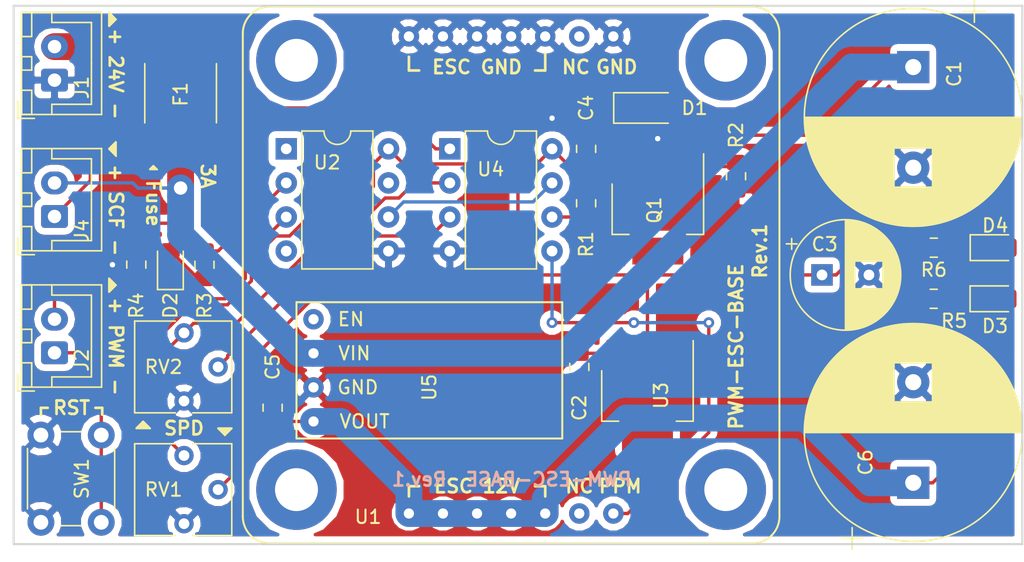
<source format=kicad_pcb>
(kicad_pcb (version 20171130) (host pcbnew 5.0.2+dfsg1-1)
  (layers (0 F.Cu signal) (31 B.Cu signal) (34 B.Paste user) (35 F.Paste user) (36 B.SilkS user) (37 F.SilkS user) (38 B.Mask user) (39 F.Mask user) (44 Edge.Cuts user))
  (net 0 "")
  (net 1 GND)
  (net 2 24V)
  (net 3 5V)
  (net 4 12V)
  (net 5 "Net-(D1-Pad1)")
  (net 6 "Net-(D2-Pad1)")
  (net 7 "Net-(D3-Pad1)")
  (net 8 "Net-(D4-Pad1)")
  (net 9 "Net-(F1-Pad2)")
  (net 10 "Net-(Q1-Pad1)")
  (net 11 FAN)
  (net 12 "Net-(RV1-Pad2)")
  (net 13 "Net-(RV2-Pad2)")
  (net 14 "Net-(SW1-Pad1)")
  (net 15 PPM)
  (net 16 PWM)
  (net 17 "Net-(R3-Pad1)")
  (net 18 "Net-(J2-Pad1)")
  (module Resistor_SMD:R_0805_2012Metric_Pad1.15x1.40mm_HandSolder (layer F.Cu) (at 123.952 101.092 270)
    (fp_text reference R3 (at 3.048 0 270) (layer F.SilkS))
    (fp_text value 3K3)
    (pad 1 smd roundrect (at -1.025 0 270) (size 1.15 1.4) (layers F.Cu F.Paste F.Mask) (roundrect_rratio 0.217391) (net 17 "Net-(R3-Pad1)"))
    (pad 2 smd roundrect (at 1.025 0 270) (size 1.15 1.4) (layers F.Cu F.Paste F.Mask) (roundrect_rratio 0.217391) (net 2 24V))
  )
  (module Capacitor_THT:CP_Radial_D16.0mm_P7.50mm (layer F.Cu) (at 176.784 86.36 270)
    (fp_text reference C1 (at 0.508 -3.048 270) (layer F.SilkS))
    (fp_text value 1000)
    (pad 2 thru_hole circle (at 7.5 0 270) (size 2.4 2.4) (drill 1.2) (layers *.Cu *.Mask) (net 1 GND))
    (pad 1 thru_hole rect (at 0 0 270) (size 2.4 2.4) (drill 1.2) (layers *.Cu *.Mask) (net 2 24V))
  )
  (module Capacitor_SMD:C_0805_2012Metric_Pad1.15x1.40mm_HandSolder (layer F.Cu) (at 151.892 108.712 270)
    (fp_text reference C2 (at 3.048 0 270) (layer F.SilkS))
    (fp_text value 100n)
    (pad 1 smd roundrect (at -1.025 0 270) (size 1.15 1.4) (layers F.Cu F.Paste F.Mask) (roundrect_rratio 0.217391) (net 2 24V))
    (pad 2 smd roundrect (at 1.025 0 270) (size 1.15 1.4) (layers F.Cu F.Paste F.Mask) (roundrect_rratio 0.217391) (net 1 GND))
  )
  (module Capacitor_THT:CP_Radial_D8.0mm_P3.50mm (layer F.Cu) (at 169.982 101.854)
    (fp_text reference C3 (at 0.198 -2.286) (layer F.SilkS))
    (fp_text value 1000u)
    (pad 1 thru_hole rect (at 0 0) (size 1.6 1.6) (drill 0.8) (layers *.Cu *.Mask) (net 3 5V))
    (pad 2 thru_hole circle (at 3.5 0) (size 1.6 1.6) (drill 0.8) (layers *.Cu *.Mask) (net 1 GND))
  )
  (module Capacitor_SMD:C_0805_2012Metric_Pad1.15x1.40mm_HandSolder (layer F.Cu) (at 152.4 92.456 90)
    (fp_text reference C4 (at 3.048 0 90) (layer F.SilkS))
    (fp_text value 100n)
    (pad 1 smd roundrect (at -1.025 0 90) (size 1.15 1.4) (layers F.Cu F.Paste F.Mask) (roundrect_rratio 0.217391) (net 3 5V))
    (pad 2 smd roundrect (at 1.025 0 90) (size 1.15 1.4) (layers F.Cu F.Paste F.Mask) (roundrect_rratio 0.217391) (net 1 GND))
  )
  (module Capacitor_SMD:C_0805_2012Metric_Pad1.15x1.40mm_HandSolder (layer F.Cu) (at 129.032 111.751 90)
    (fp_text reference C5 (at 3.039 0 90) (layer F.SilkS))
    (fp_text value 100n)
    (pad 2 smd roundrect (at 1.025 0 90) (size 1.15 1.4) (layers F.Cu F.Paste F.Mask) (roundrect_rratio 0.217391) (net 1 GND))
    (pad 1 smd roundrect (at -1.025 0 90) (size 1.15 1.4) (layers F.Cu F.Paste F.Mask) (roundrect_rratio 0.217391) (net 4 12V))
  )
  (module Capacitor_THT:CP_Radial_D16.0mm_P7.50mm (layer F.Cu) (at 176.784 117.348 90)
    (fp_text reference C6 (at 1.524 -3.556 90) (layer F.SilkS))
    (fp_text value CP)
    (pad 1 thru_hole rect (at 0 0 90) (size 2.4 2.4) (drill 1.2) (layers *.Cu *.Mask) (net 4 12V))
    (pad 2 thru_hole circle (at 7.5 0 90) (size 2.4 2.4) (drill 1.2) (layers *.Cu *.Mask) (net 1 GND))
  )
  (module LED_SMD:LED_0805_2012Metric_Pad1.15x1.40mm_HandSolder (layer F.Cu) (at 121.412 101.083 90)
    (fp_text reference D2 (at -3.057 0 90) (layer F.SilkS))
    (fp_text value LED)
    (pad 1 smd roundrect (at -1.025 0 90) (size 1.15 1.4) (layers F.Cu F.Paste F.Mask) (roundrect_rratio 0.217391) (net 6 "Net-(D2-Pad1)"))
    (pad 2 smd roundrect (at 1.025 0 90) (size 1.15 1.4) (layers F.Cu F.Paste F.Mask) (roundrect_rratio 0.217391) (net 2 24V))
  )
  (module LED_SMD:LED_0805_2012Metric_Pad1.15x1.40mm_HandSolder (layer F.Cu) (at 182.88 103.632)
    (fp_text reference D3 (at 0 2.032) (layer F.SilkS))
    (fp_text value LED)
    (pad 1 smd roundrect (at -1.025 0) (size 1.15 1.4) (layers F.Cu F.Paste F.Mask) (roundrect_rratio 0.217391) (net 7 "Net-(D3-Pad1)"))
    (pad 2 smd roundrect (at 1.025 0) (size 1.15 1.4) (layers F.Cu F.Paste F.Mask) (roundrect_rratio 0.217391) (net 4 12V))
  )
  (module LED_SMD:LED_0805_2012Metric_Pad1.15x1.40mm_HandSolder (layer F.Cu) (at 182.889 99.822)
    (fp_text reference D4 (at 0 -1.65) (layer F.SilkS))
    (fp_text value LED)
    (pad 2 smd roundrect (at 1.025 0) (size 1.15 1.4) (layers F.Cu F.Paste F.Mask) (roundrect_rratio 0.217391) (net 3 5V))
    (pad 1 smd roundrect (at -1.025 0) (size 1.15 1.4) (layers F.Cu F.Paste F.Mask) (roundrect_rratio 0.217391) (net 8 "Net-(D4-Pad1)"))
  )
  (module Connector_JST:JST_XH_B02B-XH-A_1x02_P2.50mm_Vertical (layer F.Cu) (at 112.776 87.336 90)
    (fp_text reference J1 (at -0.548 2.032 90) (layer F.SilkS))
    (fp_text value PWR)
    (pad 2 thru_hole oval (at 2.5 0 90) (size 1.7 2) (drill 1) (layers *.Cu *.Mask) (net 9 "Net-(F1-Pad2)"))
    (pad 1 thru_hole roundrect (at 0 0 90) (size 1.7 2) (drill 1) (layers *.Cu *.Mask) (roundrect_rratio 0.147059) (net 1 GND))
  )
  (module Connector_JST:JST_XH_B02B-XH-A_1x02_P2.50mm_Vertical (layer F.Cu) (at 112.776 107.656 90)
    (fp_text reference J2 (at -0.548 2.032 90) (layer F.SilkS))
    (fp_text value PWM)
    (pad 1 thru_hole roundrect (at 0 0 90) (size 1.7 2) (drill 1) (layers *.Cu *.Mask) (roundrect_rratio 0.147059) (net 18 "Net-(J2-Pad1)"))
    (pad 2 thru_hole oval (at 2.5 0 90) (size 1.7 2) (drill 1) (layers *.Cu *.Mask) (net 2 24V))
  )
  (module Connector_JST:JST_XH_B02B-XH-A_1x02_P2.50mm_Vertical (layer F.Cu) (at 112.776 97.496 90)
    (fp_text reference J4 (at -1.056 2.032 90) (layer F.SilkS))
    (fp_text value COOLING)
    (pad 1 thru_hole roundrect (at 0 0 90) (size 1.7 2) (drill 1) (layers *.Cu *.Mask) (roundrect_rratio 0.147059) (net 5 "Net-(D1-Pad1)"))
    (pad 2 thru_hole oval (at 2.5 0 90) (size 1.7 2) (drill 1) (layers *.Cu *.Mask) (net 2 24V))
  )
  (module Package_TO_SOT_SMD:SOT-223 (layer F.Cu) (at 157.748 96.926 270)
    (fp_text reference Q1 (at 0.102 0.268 270) (layer F.SilkS))
    (fp_text value NCV8402ASTT3G)
    (pad 1 smd rect (at -3.15 -2.3 270) (size 2 1.5) (layers F.Cu F.Paste F.Mask) (net 10 "Net-(Q1-Pad1)"))
    (pad 3 smd rect (at -3.15 2.3 270) (size 2 1.5) (layers F.Cu F.Paste F.Mask) (net 5 "Net-(D1-Pad1)"))
    (pad 2 smd rect (at -3.15 0 270) (size 2 1.5) (layers F.Cu F.Paste F.Mask) (net 1 GND))
    (pad 4 smd rect (at 3.15 0 270) (size 2 3.8) (layers F.Cu F.Paste F.Mask))
  )
  (module Resistor_SMD:R_0805_2012Metric_Pad1.15x1.40mm_HandSolder (layer F.Cu) (at 152.4 96.511 270)
    (fp_text reference R1 (at 3.057 0 270) (layer F.SilkS))
    (fp_text value 1K)
    (pad 2 smd roundrect (at 1.025 0 270) (size 1.15 1.4) (layers F.Cu F.Paste F.Mask) (roundrect_rratio 0.217391) (net 11 FAN))
    (pad 1 smd roundrect (at -1.025 0 270) (size 1.15 1.4) (layers F.Cu F.Paste F.Mask) (roundrect_rratio 0.217391) (net 10 "Net-(Q1-Pad1)"))
  )
  (module Resistor_SMD:R_0805_2012Metric_Pad1.15x1.40mm_HandSolder (layer F.Cu) (at 163.576 94.497 90)
    (fp_text reference R2 (at 3.057 0 90) (layer F.SilkS))
    (fp_text value 10K)
    (pad 1 smd roundrect (at -1.025 0 90) (size 1.15 1.4) (layers F.Cu F.Paste F.Mask) (roundrect_rratio 0.217391) (net 1 GND))
    (pad 2 smd roundrect (at 1.025 0 90) (size 1.15 1.4) (layers F.Cu F.Paste F.Mask) (roundrect_rratio 0.217391) (net 10 "Net-(Q1-Pad1)"))
  )
  (module Resistor_SMD:R_0805_2012Metric_Pad1.15x1.40mm_HandSolder (layer F.Cu) (at 118.872 101.083 90)
    (fp_text reference R4 (at -3.057 0 90) (layer F.SilkS))
    (fp_text value 4K7)
    (pad 1 smd roundrect (at -1.025 0 90) (size 1.15 1.4) (layers F.Cu F.Paste F.Mask) (roundrect_rratio 0.217391) (net 6 "Net-(D2-Pad1)"))
    (pad 2 smd roundrect (at 1.025 0 90) (size 1.15 1.4) (layers F.Cu F.Paste F.Mask) (roundrect_rratio 0.217391) (net 1 GND))
  )
  (module Resistor_SMD:R_0805_2012Metric_Pad1.15x1.40mm_HandSolder (layer F.Cu) (at 178.308 103.632 180)
    (fp_text reference R5 (at -1.524 -1.65 180) (layer F.SilkS))
    (fp_text value 2K2)
    (pad 2 smd roundrect (at 1.025 0 180) (size 1.15 1.4) (layers F.Cu F.Paste F.Mask) (roundrect_rratio 0.217391) (net 1 GND))
    (pad 1 smd roundrect (at -1.025 0 180) (size 1.15 1.4) (layers F.Cu F.Paste F.Mask) (roundrect_rratio 0.217391) (net 7 "Net-(D3-Pad1)"))
  )
  (module Resistor_SMD:R_0805_2012Metric_Pad1.15x1.40mm_HandSolder (layer F.Cu) (at 178.317 99.822 180)
    (fp_text reference R6 (at 0 -1.65 180) (layer F.SilkS))
    (fp_text value 1K)
    (pad 2 smd roundrect (at 1.025 0 180) (size 1.15 1.4) (layers F.Cu F.Paste F.Mask) (roundrect_rratio 0.217391) (net 1 GND))
    (pad 1 smd roundrect (at -1.025 0 180) (size 1.15 1.4) (layers F.Cu F.Paste F.Mask) (roundrect_rratio 0.217391) (net 8 "Net-(D4-Pad1)"))
  )
  (module Potentiometer_THT:Potentiometer_Vishay_T73YP_Vertical (layer F.Cu) (at 122.428 120.396)
    (fp_text reference RV1 (at -1.524 -2.54) (layer F.SilkS))
    (fp_text value R_POT_US)
    (pad 1 thru_hole circle (at 0 0) (size 1.44 1.44) (drill 0.8) (layers *.Cu *.Mask) (net 1 GND))
    (pad 2 thru_hole circle (at 2.54 -2.54) (size 1.44 1.44) (drill 0.8) (layers *.Cu *.Mask) (net 12 "Net-(RV1-Pad2)"))
    (pad 3 thru_hole circle (at 0 -5.08) (size 1.44 1.44) (drill 0.8) (layers *.Cu *.Mask) (net 3 5V))
  )
  (module Potentiometer_THT:Potentiometer_Vishay_T73YP_Vertical (layer F.Cu) (at 122.428 111.252)
    (fp_text reference RV2 (at -1.524 -2.54) (layer F.SilkS))
    (fp_text value R_POT_US)
    (pad 3 thru_hole circle (at 0 -5.08) (size 1.44 1.44) (drill 0.8) (layers *.Cu *.Mask) (net 3 5V))
    (pad 2 thru_hole circle (at 2.54 -2.54) (size 1.44 1.44) (drill 0.8) (layers *.Cu *.Mask) (net 13 "Net-(RV2-Pad2)"))
    (pad 1 thru_hole circle (at 0 0) (size 1.44 1.44) (drill 0.8) (layers *.Cu *.Mask) (net 1 GND))
  )
  (module Button_Switch_THT:SW_PUSH_6mm_H5mm (layer F.Cu) (at 116.26 113.792 270)
    (fp_text reference SW1 (at 3.25 1.452 270) (layer F.SilkS))
    (fp_text value SW_Push)
    (pad 2 thru_hole circle (at 0 4.5) (size 2 2) (drill 1.1) (layers *.Cu *.Mask) (net 1 GND))
    (pad 1 thru_hole circle (at 0 0) (size 2 2) (drill 1.1) (layers *.Cu *.Mask) (net 14 "Net-(SW1-Pad1)"))
    (pad 2 thru_hole circle (at 6.5 4.5) (size 2 2) (drill 1.1) (layers *.Cu *.Mask) (net 1 GND))
    (pad 1 thru_hole circle (at 6.5 0) (size 2 2) (drill 1.1) (layers *.Cu *.Mask) (net 14 "Net-(SW1-Pad1)"))
  )
  (module Package_DIP:DIP-8_W7.62mm (layer F.Cu) (at 130.048 92.456)
    (fp_text reference U2 (at 3.048 1.016) (layer F.SilkS))
    (fp_text value Optocoupler-PS9513-AX)
    (pad 1 thru_hole rect (at 0 0) (size 1.6 1.6) (drill 0.8) (layers *.Cu *.Mask))
    (pad 5 thru_hole oval (at 7.62 7.62) (size 1.6 1.6) (drill 0.8) (layers *.Cu *.Mask) (net 1 GND))
    (pad 2 thru_hole oval (at 0 2.54) (size 1.6 1.6) (drill 0.8) (layers *.Cu *.Mask) (net 17 "Net-(R3-Pad1)"))
    (pad 6 thru_hole oval (at 7.62 5.08) (size 1.6 1.6) (drill 0.8) (layers *.Cu *.Mask) (net 16 PWM))
    (pad 3 thru_hole oval (at 0 5.08) (size 1.6 1.6) (drill 0.8) (layers *.Cu *.Mask) (net 18 "Net-(J2-Pad1)"))
    (pad 7 thru_hole oval (at 7.62 2.54) (size 1.6 1.6) (drill 0.8) (layers *.Cu *.Mask))
    (pad 4 thru_hole oval (at 0 7.62) (size 1.6 1.6) (drill 0.8) (layers *.Cu *.Mask))
    (pad 8 thru_hole oval (at 7.62 0) (size 1.6 1.6) (drill 0.8) (layers *.Cu *.Mask) (net 3 5V))
  )
  (module Package_TO_SOT_SMD:SOT-223 (layer F.Cu) (at 156.972 110.846 270)
    (fp_text reference U3 (at 0 -1.016 270) (layer F.SilkS))
    (fp_text value LD1117V5)
    (pad 4 smd rect (at 3.15 0 270) (size 2 3.8) (layers F.Cu F.Paste F.Mask))
    (pad 2 smd rect (at -3.15 0 270) (size 2 1.5) (layers F.Cu F.Paste F.Mask) (net 3 5V))
    (pad 3 smd rect (at -3.15 2.3 270) (size 2 1.5) (layers F.Cu F.Paste F.Mask) (net 2 24V))
    (pad 1 smd rect (at -3.15 -2.3 270) (size 2 1.5) (layers F.Cu F.Paste F.Mask) (net 1 GND))
  )
  (module Package_DIP:DIP-8_W7.62mm (layer F.Cu) (at 142.24 92.456)
    (fp_text reference U4 (at 3.048 1.524) (layer F.SilkS))
    (fp_text value ATtiny85-20PU)
    (pad 8 thru_hole oval (at 7.62 0) (size 1.6 1.6) (drill 0.8) (layers *.Cu *.Mask) (net 3 5V))
    (pad 4 thru_hole oval (at 0 7.62) (size 1.6 1.6) (drill 0.8) (layers *.Cu *.Mask) (net 1 GND))
    (pad 7 thru_hole oval (at 7.62 2.54) (size 1.6 1.6) (drill 0.8) (layers *.Cu *.Mask) (net 16 PWM))
    (pad 3 thru_hole oval (at 0 5.08) (size 1.6 1.6) (drill 0.8) (layers *.Cu *.Mask) (net 12 "Net-(RV1-Pad2)"))
    (pad 6 thru_hole oval (at 7.62 5.08) (size 1.6 1.6) (drill 0.8) (layers *.Cu *.Mask) (net 11 FAN))
    (pad 2 thru_hole oval (at 0 2.54) (size 1.6 1.6) (drill 0.8) (layers *.Cu *.Mask) (net 13 "Net-(RV2-Pad2)"))
    (pad 5 thru_hole oval (at 7.62 7.62) (size 1.6 1.6) (drill 0.8) (layers *.Cu *.Mask) (net 15 PPM))
    (pad 1 thru_hole rect (at 0 0) (size 1.6 1.6) (drill 0.8) (layers *.Cu *.Mask) (net 14 "Net-(SW1-Pad1)"))
  )
  (module custom-footprints:Buck-converter-3A (layer F.Cu) (at 132.08 107.696 270)
    (fp_text reference U5 (at 2.54 -8.636 270) (layer F.SilkS))
    (fp_text value buck-converter-3A)
    (fp_text user EN (at -2.54 -2.794) (layer F.SilkS))
    (fp_text user VIN (at 0 -3.048 180) (layer F.SilkS))
    (fp_text user GND (at 2.54 -3.302) (layer F.SilkS))
    (fp_text user VOUT (at 5.08 -3.81) (layer F.SilkS))
    (pad 1 thru_hole circle (at -2.54 0 270) (size 1.524 1.524) (drill 0.762) (layers *.Cu *.Mask))
    (pad 2 thru_hole circle (at 0 0 270) (size 1.524 1.524) (drill 0.762) (layers *.Cu *.Mask) (net 2 24V))
    (pad 3 thru_hole circle (at 2.54 0 270) (size 1.524 1.524) (drill 0.762) (layers *.Cu *.Mask) (net 1 GND))
    (pad 4 thru_hole circle (at 5.08 0 270) (size 1.524 1.524) (drill 0.762) (layers *.Cu *.Mask) (net 4 12V))
  )
  (module LED_SMD:LED_1206_3216Metric_Pad1.42x1.75mm_HandSolder (layer F.Cu) (at 156.9175 89.408)
    (fp_text reference D1 (at 3.565 0) (layer F.SilkS))
    (fp_text value 1N4148)
    (pad 1 smd roundrect (at -1.4875 0) (size 1.425 1.75) (layers F.Cu F.Paste F.Mask) (roundrect_rratio 0.175439) (net 5 "Net-(D1-Pad1)"))
    (pad 2 smd roundrect (at 1.4875 0) (size 1.425 1.75) (layers F.Cu F.Paste F.Mask) (roundrect_rratio 0.175439) (net 2 24V))
  )
  (module custom-footprints:4010-fan-ESC (layer F.Cu) (at 146.81 101.856)
    (fp_text reference U1 (at -10.666 18.032) (layer F.SilkS))
    (fp_text value 4010-fan-ESC)
    (pad "" thru_hole circle (at 16 16) (size 6 6) (drill 3.2) (layers *.Cu *.Mask))
    (pad "" thru_hole circle (at -16 -16) (size 6 6) (drill 3.2) (layers *.Cu *.Mask))
    (pad "" thru_hole circle (at 16 -16) (size 6 6) (drill 3.2) (layers *.Cu *.Mask))
    (pad "" thru_hole circle (at -16 16) (size 6 6) (drill 3.2) (layers *.Cu *.Mask))
    (pad 1 thru_hole circle (at -7.62 -17.78) (size 1.524 1.524) (drill 0.762) (layers *.Cu *.Mask) (net 1 GND))
    (pad 2 thru_hole circle (at -5.08 -17.78) (size 1.524 1.524) (drill 0.762) (layers *.Cu *.Mask) (net 1 GND))
    (pad 3 thru_hole circle (at -2.54 -17.78) (size 1.524 1.524) (drill 0.762) (layers *.Cu *.Mask) (net 1 GND))
    (pad 4 thru_hole circle (at 0 -17.78) (size 1.524 1.524) (drill 0.762) (layers *.Cu *.Mask) (net 1 GND))
    (pad 5 thru_hole circle (at 2.54 -17.78) (size 1.524 1.524) (drill 0.762) (layers *.Cu *.Mask) (net 1 GND))
    (pad 6 thru_hole circle (at 5.08 -17.78) (size 1.524 1.524) (drill 0.762) (layers *.Cu *.Mask))
    (pad 7 thru_hole circle (at 7.62 -17.78) (size 1.524 1.524) (drill 0.762) (layers *.Cu *.Mask) (net 1 GND))
    (pad 8 thru_hole circle (at -7.62 17.78) (size 1.524 1.524) (drill 0.762) (layers *.Cu *.Mask) (net 4 12V))
    (pad 9 thru_hole circle (at -5.08 17.78) (size 1.524 1.524) (drill 0.762) (layers *.Cu *.Mask) (net 4 12V))
    (pad 10 thru_hole circle (at -2.54 17.78) (size 1.524 1.524) (drill 0.762) (layers *.Cu *.Mask) (net 4 12V))
    (pad 11 thru_hole circle (at 0 17.78) (size 1.524 1.524) (drill 0.762) (layers *.Cu *.Mask) (net 4 12V))
    (pad 12 thru_hole circle (at 2.54 17.78) (size 1.524 1.524) (drill 0.762) (layers *.Cu *.Mask) (net 4 12V))
    (pad 13 thru_hole circle (at 5.08 17.78) (size 1.524 1.524) (drill 0.762) (layers *.Cu *.Mask))
    (pad 14 thru_hole circle (at 7.62 17.78) (size 1.524 1.524) (drill 0.762) (layers *.Cu *.Mask) (net 15 PPM))
  )
  (module Fuse:Fuse_2920_7451Metric_Pad2.10x5.45mm_HandSolder (layer F.Cu) (at 122.174 88.311 90)
    (fp_text reference F1 (at -0.081 0 90) (layer F.SilkS))
    (fp_text value Fuse)
    (pad 1 smd roundrect (at -3.475 0 90) (size 2.1 5.45) (layers F.Cu F.Paste F.Mask) (roundrect_rratio 0.119048) (net 2 24V))
    (pad 2 smd roundrect (at 3.475 0 90) (size 2.1 5.45) (layers F.Cu F.Paste F.Mask) (roundrect_rratio 0.119048) (net 9 "Net-(F1-Pad2)"))
  )
  (gr_text 3A (at 124.206 94.488 270) (layer F.SilkS) (effects (font (size 1 1) (thickness 0.2))))
  (gr_poly (pts (xy 120.142 93.726) (xy 119.888 93.98) (xy 120.396 93.98)) (layer F.SilkS) (width 0.15))
  (gr_text Fuse (at 120.142 96.52 270) (layer F.SilkS) (effects (font (size 1 1) (thickness 0.2))))
  (gr_text Rev.1 (at 139.954 117.094) (layer B.SilkS) (effects (font (size 1 1) (thickness 0.2)) (justify mirror)))
  (gr_text PWM-ESC-BASE (at 149.606 117.094) (layer B.SilkS) (effects (font (size 1 1) (thickness 0.2)) (justify mirror)))
  (gr_text Rev.1 (at 165.354 100.076 90) (layer F.SilkS) (effects (font (size 1 1) (thickness 0.2))))
  (gr_text PWM-ESC-BASE (at 163.576 107.188 90) (layer F.SilkS) (effects (font (size 1 1) (thickness 0.2))))
  (gr_text NC (at 151.892 117.602) (layer F.SilkS) (effects (font (size 1 1) (thickness 0.2))))
  (gr_text NC (at 151.638 86.36) (layer F.SilkS) (effects (font (size 1 1) (thickness 0.2))))
  (gr_line (start 149.352 86.614) (end 148.59 86.614) (layer F.SilkS) (width 0.2))
  (gr_line (start 149.352 85.344) (end 149.352 86.614) (layer F.SilkS) (width 0.2))
  (gr_line (start 139.192 86.614) (end 139.954 86.614) (layer F.SilkS) (width 0.2))
  (gr_line (start 139.192 85.598) (end 139.192 86.614) (layer F.SilkS) (width 0.2))
  (gr_line (start 149.352 117.602) (end 148.59 117.602) (layer F.SilkS) (width 0.2))
  (gr_line (start 149.352 118.364) (end 149.352 117.602) (layer F.SilkS) (width 0.2))
  (gr_line (start 139.192 117.602) (end 139.954 117.602) (layer F.SilkS) (width 0.2))
  (gr_line (start 139.192 118.364) (end 139.192 117.602) (layer F.SilkS) (width 0.2))
  (gr_line (start 116.332 111.76) (end 115.824 111.76) (layer F.SilkS) (width 0.2))
  (gr_line (start 116.332 112.268) (end 116.332 111.76) (layer F.SilkS) (width 0.2))
  (gr_line (start 111.76 111.76) (end 112.268 111.76) (layer F.SilkS) (width 0.2))
  (gr_line (start 111.76 112.268) (end 111.76 111.76) (layer F.SilkS) (width 0.2))
  (gr_text RST (at 114.046 111.76) (layer F.SilkS) (effects (font (size 1 1) (thickness 0.2))))
  (gr_text SPD (at 122.428 113.284) (layer F.SilkS) (effects (font (size 1 1) (thickness 0.2))))
  (gr_poly (pts (xy 125.984 113.284) (xy 124.968 113.284) (xy 125.476 113.792)) (layer F.SilkS) (width 0.15))
  (gr_poly (pts (xy 119.38 112.776) (xy 118.872 113.284) (xy 119.888 113.284)) (layer F.SilkS) (width 0.15))
  (gr_text GND (at 154.686 86.36) (layer F.SilkS) (effects (font (size 1 1) (thickness 0.2))))
  (gr_text PPM (at 154.94 117.602) (layer F.SilkS) (effects (font (size 1 1) (thickness 0.2))))
  (gr_text "ESC 12V" (at 144.272 117.602) (layer F.SilkS) (effects (font (size 1 1) (thickness 0.2))))
  (gr_text "ESC GND" (at 144.272 86.36) (layer F.SilkS) (effects (font (size 1 1) (thickness 0.2))))
  (gr_text "+ PWM -" (at 117.348 107.188 270) (layer F.SilkS) (effects (font (size 1 1) (thickness 0.2))))
  (gr_poly (pts (xy 116.84 102.108) (xy 116.84 103.124) (xy 117.348 102.616)) (layer F.SilkS) (width 0.15))
  (gr_poly (pts (xy 117.348 91.948) (xy 117.348 92.964) (xy 116.84 92.456)) (layer F.SilkS) (width 0.15))
  (gr_poly (pts (xy 116.84 82.296) (xy 116.84 83.312) (xy 117.348 82.804)) (layer F.SilkS) (width 0.15))
  (gr_text "+ SCF -" (at 117.348 97.028 270) (layer F.SilkS) (effects (font (size 1 1) (thickness 0.2))))
  (gr_text "+ 24V -" (at 117.348 86.868 270) (layer F.SilkS) (effects (font (size 1 1) (thickness 0.2))))
  (gr_line (start 109.728 121.92) (end 109.728 81.788) (layer Edge.Cuts) (width 0.15))
  (gr_line (start 184.912 121.92) (end 109.728 121.92) (layer Edge.Cuts) (width 0.15))
  (gr_line (start 184.912 81.788) (end 184.912 121.92) (layer Edge.Cuts) (width 0.15))
  (gr_line (start 109.728 81.788) (end 184.912 81.788) (layer Edge.Cuts) (width 0.15))
  (via (at 117.094 101.092) (size 0.8) (drill 0.4) (layers F.Cu B.Cu) (net 1))
  (via (at 157.734 91.694) (size 0.8) (drill 0.4) (layers F.Cu B.Cu) (net 1))
  (via (at 149.86 90.17) (size 0.8) (drill 0.4) (layers F.Cu B.Cu) (net 1))
  (segment (start 132.08 107.696) (end 154.672 107.696) (width 0.25) (layer F.Cu) (net 2))
  (segment (start 132.08 107.696) (end 150.876 107.696) (width 2) (layer B.Cu) (net 2))
  (segment (start 172.212 86.36) (end 176.784 86.36) (width 2) (layer B.Cu) (net 2))
  (segment (start 150.876 107.696) (end 172.212 86.36) (width 2) (layer B.Cu) (net 2))
  (segment (start 170.254 91.44) (end 175.334 86.36) (width 0.25) (layer F.Cu) (net 2))
  (segment (start 175.334 86.36) (end 176.784 86.36) (width 0.25) (layer F.Cu) (net 2))
  (segment (start 160.437 91.44) (end 158.405 89.408) (width 0.25) (layer F.Cu) (net 2))
  (segment (start 170.254 91.44) (end 160.437 91.44) (width 0.25) (layer F.Cu) (net 2))
  (segment (start 123.471 102.117) (end 123.952 102.117) (width 0.25) (layer F.Cu) (net 2))
  (segment (start 121.412 100.058) (end 123.471 102.117) (width 0.25) (layer F.Cu) (net 2))
  (segment (start 116.884 98) (end 121.412 98) (width 0.25) (layer F.Cu) (net 2))
  (segment (start 112.776 102.108) (end 116.884 98) (width 0.25) (layer F.Cu) (net 2))
  (segment (start 112.776 105.156) (end 112.776 102.108) (width 0.25) (layer F.Cu) (net 2))
  (segment (start 121.412 100.058) (end 121.412 98) (width 0.25) (layer F.Cu) (net 2))
  (via (at 122.174 95.377) (size 2) (drill 1) (layers F.Cu B.Cu) (net 2))
  (segment (start 122.174 91.786) (end 122.174 95.377) (width 2) (layer F.Cu) (net 2))
  (segment (start 122.174 95.942685) (end 122.174 95.377) (width 2) (layer B.Cu) (net 2))
  (segment (start 122.174 98.86763) (end 122.174 95.942685) (width 2) (layer B.Cu) (net 2))
  (segment (start 131.00237 107.696) (end 122.174 98.86763) (width 2) (layer B.Cu) (net 2))
  (segment (start 132.08 107.696) (end 131.00237 107.696) (width 2) (layer B.Cu) (net 2))
  (segment (start 121.793 94.996) (end 122.174 95.377) (width 0.25) (layer B.Cu) (net 2))
  (segment (start 122.174 97.238) (end 121.412 98) (width 0.25) (layer F.Cu) (net 2))
  (segment (start 122.174 95.377) (end 122.174 97.238) (width 0.25) (layer F.Cu) (net 2))
  (segment (start 112.776 94.996) (end 118.618 94.996) (width 0.25) (layer B.Cu) (net 2))
  (segment (start 118.999 95.377) (end 122.174 95.377) (width 0.25) (layer B.Cu) (net 2))
  (segment (start 118.618 94.996) (end 118.999 95.377) (width 0.25) (layer B.Cu) (net 2))
  (segment (start 120.904 107.696) (end 122.428 106.172) (width 0.25) (layer F.Cu) (net 3))
  (segment (start 122.428 115.316) (end 120.904 113.792) (width 0.25) (layer F.Cu) (net 3))
  (segment (start 120.904 113.792) (end 120.904 107.696) (width 0.25) (layer F.Cu) (net 3))
  (segment (start 174.08901 98.79699) (end 182.88899 98.79699) (width 0.25) (layer F.Cu) (net 3))
  (segment (start 171.032 101.854) (end 174.08901 98.79699) (width 0.25) (layer F.Cu) (net 3))
  (segment (start 183.290628 99.198628) (end 183.914 99.822) (width 0.25) (layer F.Cu) (net 3))
  (segment (start 182.88899 98.79699) (end 183.290628 99.198628) (width 0.25) (layer F.Cu) (net 3))
  (segment (start 169.982 101.854) (end 171.032 101.854) (width 0.25) (layer F.Cu) (net 3))
  (segment (start 150.885 93.481) (end 152.4 93.481) (width 0.25) (layer F.Cu) (net 3))
  (segment (start 149.86 92.456) (end 150.885 93.481) (width 0.25) (layer F.Cu) (net 3))
  (segment (start 136.542999 95.246003) (end 136.542999 93.581001) (width 0.25) (layer F.Cu) (net 3))
  (segment (start 126.337001 105.452001) (end 136.542999 95.246003) (width 0.25) (layer F.Cu) (net 3))
  (segment (start 123.147999 105.452001) (end 126.337001 105.452001) (width 0.25) (layer F.Cu) (net 3))
  (segment (start 136.868001 93.255999) (end 137.668 92.456) (width 0.25) (layer F.Cu) (net 3))
  (segment (start 136.542999 93.581001) (end 136.868001 93.255999) (width 0.25) (layer F.Cu) (net 3))
  (segment (start 122.428 106.172) (end 123.147999 105.452001) (width 0.25) (layer F.Cu) (net 3))
  (segment (start 149.060001 93.255999) (end 149.86 92.456) (width 0.25) (layer F.Cu) (net 3))
  (segment (start 148.734999 93.581001) (end 149.060001 93.255999) (width 0.25) (layer F.Cu) (net 3))
  (segment (start 137.668 92.456) (end 138.793001 93.581001) (width 0.25) (layer F.Cu) (net 3))
  (segment (start 138.793001 93.581001) (end 146.812 93.581001) (width 0.25) (layer F.Cu) (net 3))
  (segment (start 156.972 107.446) (end 156.972 107.696) (width 0.25) (layer F.Cu) (net 3))
  (segment (start 147.32 100.584) (end 147.32 93.581001) (width 0.25) (layer F.Cu) (net 3))
  (segment (start 148.59 101.854) (end 147.32 100.584) (width 0.25) (layer F.Cu) (net 3))
  (segment (start 146.812 93.581001) (end 147.32 93.581001) (width 0.25) (layer F.Cu) (net 3))
  (segment (start 147.32 93.581001) (end 148.734999 93.581001) (width 0.25) (layer F.Cu) (net 3))
  (segment (start 156.972 107.696) (end 156.972 106.446) (width 0.25) (layer F.Cu) (net 3))
  (segment (start 169.982 101.854) (end 156.972 101.854) (width 0.25) (layer F.Cu) (net 3))
  (segment (start 156.972 106.446) (end 156.972 101.854) (width 0.25) (layer F.Cu) (net 3))
  (segment (start 156.972 101.854) (end 148.59 101.854) (width 0.25) (layer F.Cu) (net 3))
  (segment (start 183.905 104.432) (end 183.905 103.632) (width 0.25) (layer F.Cu) (net 4))
  (segment (start 183.905 111.677) (end 183.905 104.432) (width 0.25) (layer F.Cu) (net 4))
  (segment (start 178.234 117.348) (end 183.905 111.677) (width 0.25) (layer F.Cu) (net 4))
  (segment (start 176.784 117.348) (end 178.234 117.348) (width 0.25) (layer F.Cu) (net 4))
  (segment (start 129.032 112.776) (end 132.08 112.776) (width 0.25) (layer F.Cu) (net 4))
  (segment (start 139.19 119.636) (end 139.19 117.854) (width 2) (layer B.Cu) (net 4))
  (segment (start 134.112 112.776) (end 132.08 112.776) (width 2) (layer B.Cu) (net 4))
  (segment (start 139.19 117.854) (end 134.112 112.776) (width 2) (layer B.Cu) (net 4))
  (segment (start 139.19 119.636) (end 149.35 119.636) (width 2) (layer B.Cu) (net 4))
  (segment (start 149.35 118.55837) (end 155.38637 112.522) (width 2) (layer B.Cu) (net 4))
  (segment (start 149.35 119.636) (end 149.35 118.55837) (width 2) (layer B.Cu) (net 4))
  (segment (start 173.584 117.348) (end 176.784 117.348) (width 2) (layer B.Cu) (net 4))
  (segment (start 168.758 112.522) (end 173.584 117.348) (width 2) (layer B.Cu) (net 4))
  (segment (start 155.38637 112.522) (end 168.758 112.522) (width 2) (layer B.Cu) (net 4))
  (segment (start 155.448 89.426) (end 155.43 89.408) (width 0.25) (layer F.Cu) (net 5))
  (segment (start 155.43 93.758) (end 155.448 93.776) (width 0.25) (layer F.Cu) (net 5))
  (segment (start 155.43 89.408) (end 155.43 93.758) (width 0.25) (layer F.Cu) (net 5))
  (segment (start 115.443 94.829) (end 112.776 97.496) (width 0.25) (layer F.Cu) (net 5))
  (segment (start 115.443 92.964) (end 115.443 94.829) (width 0.25) (layer F.Cu) (net 5))
  (segment (start 155.43 89.408) (end 118.999 89.408) (width 0.25) (layer F.Cu) (net 5))
  (segment (start 118.999 89.408) (end 115.443 92.964) (width 0.25) (layer F.Cu) (net 5))
  (segment (start 118.872 102.108) (end 121.412 102.108) (width 0.25) (layer F.Cu) (net 6))
  (segment (start 179.333 103.632) (end 181.855 103.632) (width 0.25) (layer F.Cu) (net 7))
  (segment (start 179.342 99.822) (end 181.864 99.822) (width 0.25) (layer F.Cu) (net 8))
  (segment (start 112.776 84.836) (end 122.174 84.836) (width 2) (layer F.Cu) (net 9))
  (segment (start 163.272 93.776) (end 163.576 93.472) (width 0.25) (layer F.Cu) (net 10))
  (segment (start 160.048 93.776) (end 163.272 93.776) (width 0.25) (layer F.Cu) (net 10))
  (segment (start 160.048 94.026) (end 160.048 93.776) (width 0.25) (layer F.Cu) (net 10))
  (segment (start 158.588 95.486) (end 160.048 94.026) (width 0.25) (layer F.Cu) (net 10))
  (segment (start 152.4 95.486) (end 158.588 95.486) (width 0.25) (layer F.Cu) (net 10))
  (segment (start 149.86 97.536) (end 152.4 97.536) (width 0.25) (layer F.Cu) (net 11))
  (segment (start 124.968 117.856) (end 127 115.824) (width 0.25) (layer F.Cu) (net 12))
  (segment (start 141.440001 98.335999) (end 142.24 97.536) (width 0.25) (layer F.Cu) (net 12))
  (segment (start 140.825001 98.950999) (end 141.440001 98.335999) (width 0.25) (layer F.Cu) (net 12))
  (segment (start 136.676239 98.950999) (end 140.825001 98.950999) (width 0.25) (layer F.Cu) (net 12))
  (segment (start 127 108.627238) (end 136.676239 98.950999) (width 0.25) (layer F.Cu) (net 12))
  (segment (start 127 115.824) (end 127 108.627238) (width 0.25) (layer F.Cu) (net 12))
  (segment (start 139.57159 94.996) (end 141.10863 94.996) (width 0.25) (layer F.Cu) (net 13))
  (segment (start 138.446589 96.121001) (end 139.57159 94.996) (width 0.25) (layer F.Cu) (net 13))
  (segment (start 137.417997 96.121001) (end 138.446589 96.121001) (width 0.25) (layer F.Cu) (net 13))
  (segment (start 125.687999 107.850999) (end 137.417997 96.121001) (width 0.25) (layer F.Cu) (net 13))
  (segment (start 141.10863 94.996) (end 142.24 94.996) (width 0.25) (layer F.Cu) (net 13))
  (segment (start 125.687999 107.992001) (end 125.687999 107.850999) (width 0.25) (layer F.Cu) (net 13))
  (segment (start 124.968 108.712) (end 125.687999 107.992001) (width 0.25) (layer F.Cu) (net 13))
  (segment (start 116.26 118.877787) (end 116.26 113.792) (width 0.25) (layer F.Cu) (net 14))
  (segment (start 116.26 120.292) (end 116.26 118.877787) (width 0.25) (layer F.Cu) (net 14))
  (segment (start 116.26 110.793398) (end 116.26 112.377787) (width 0.25) (layer F.Cu) (net 14))
  (segment (start 122.971388 104.08201) (end 116.26 110.793398) (width 0.25) (layer F.Cu) (net 14))
  (segment (start 132.08 97.169002) (end 130.298003 98.950999) (width 0.25) (layer F.Cu) (net 14))
  (segment (start 132.08 94.488) (end 132.08 97.169002) (width 0.25) (layer F.Cu) (net 14))
  (segment (start 135.636 90.932) (end 132.08 94.488) (width 0.25) (layer F.Cu) (net 14))
  (segment (start 139.666 90.932) (end 135.636 90.932) (width 0.25) (layer F.Cu) (net 14))
  (segment (start 116.26 112.377787) (end 116.26 113.792) (width 0.25) (layer F.Cu) (net 14))
  (segment (start 141.19 92.456) (end 139.666 90.932) (width 0.25) (layer F.Cu) (net 14))
  (segment (start 130.298003 98.950999) (end 129.269411 98.950999) (width 0.25) (layer F.Cu) (net 14))
  (segment (start 142.24 92.456) (end 141.19 92.456) (width 0.25) (layer F.Cu) (net 14))
  (segment (start 125.6624 104.08201) (end 122.971388 104.08201) (width 0.25) (layer F.Cu) (net 14))
  (segment (start 129.269411 98.950999) (end 127.45001 100.7704) (width 0.25) (layer F.Cu) (net 14))
  (segment (start 127.45001 100.7704) (end 127.450009 102.294401) (width 0.25) (layer F.Cu) (net 14))
  (segment (start 127.450009 102.294401) (end 125.6624 104.08201) (width 0.25) (layer F.Cu) (net 14))
  (via (at 149.86 105.41) (size 0.8) (drill 0.4) (layers F.Cu B.Cu) (net 15))
  (segment (start 149.86 100.076) (end 149.86 105.41) (width 0.25) (layer B.Cu) (net 15))
  (via (at 155.956 105.41) (size 0.8) (drill 0.4) (layers F.Cu B.Cu) (net 15))
  (segment (start 149.86 105.41) (end 155.956 105.41) (width 0.25) (layer F.Cu) (net 15))
  (via (at 161.544 105.41) (size 0.8) (drill 0.4) (layers F.Cu B.Cu) (net 15))
  (segment (start 155.956 105.41) (end 161.544 105.41) (width 0.25) (layer B.Cu) (net 15))
  (segment (start 155.50763 119.636) (end 161.544 113.59963) (width 0.25) (layer F.Cu) (net 15))
  (segment (start 154.43 119.636) (end 155.50763 119.636) (width 0.25) (layer F.Cu) (net 15))
  (segment (start 161.544 113.59963) (end 161.544 105.41) (width 0.25) (layer F.Cu) (net 15))
  (segment (start 149.060001 95.795999) (end 149.86 94.996) (width 0.25) (layer B.Cu) (net 16))
  (segment (start 138.793001 96.410999) (end 148.445001 96.410999) (width 0.25) (layer B.Cu) (net 16))
  (segment (start 148.445001 96.410999) (end 149.060001 95.795999) (width 0.25) (layer B.Cu) (net 16))
  (segment (start 137.668 97.536) (end 138.793001 96.410999) (width 0.25) (layer B.Cu) (net 16))
  (segment (start 123.943 100.058) (end 123.952 100.067) (width 0.25) (layer F.Cu) (net 17))
  (segment (start 124.977 100.067) (end 130.048 94.996) (width 0.25) (layer F.Cu) (net 17))
  (segment (start 123.952 100.067) (end 124.977 100.067) (width 0.25) (layer F.Cu) (net 17))
  (segment (start 127 100.584) (end 130.048 97.536) (width 0.25) (layer F.Cu) (net 18))
  (segment (start 112.776 107.656) (end 114.848 107.656) (width 0.25) (layer F.Cu) (net 18))
  (segment (start 114.848 107.656) (end 118.872 103.632) (width 0.25) (layer F.Cu) (net 18))
  (segment (start 127 102.108) (end 127 100.584) (width 0.25) (layer F.Cu) (net 18))
  (segment (start 125.476 103.632) (end 127 102.108) (width 0.25) (layer F.Cu) (net 18))
  (segment (start 118.872 103.632) (end 125.476 103.632) (width 0.25) (layer F.Cu) (net 18))
  (zone (net 1) (net_name GND) (layer F.Cu) (connect_pads (clearance 0.508)) (min_thickness 0.254) (fill yes (arc_segments 16) (thermal_gap 0.508) (thermal_bridge_width 0.508))
    (polygon (pts (xy 109.728 81.788) (xy 184.912 81.788) (xy 184.912 121.92) (xy 109.728 121.92)))
  )
  (zone (net 1) (net_name GND) (layer B.Cu) (connect_pads (clearance 0.508)) (min_thickness 0.254) (fill yes (arc_segments 16) (thermal_gap 0.508) (thermal_bridge_width 0.508))
    (polygon (pts (xy 109.728 81.788) (xy 184.912 81.788) (xy 184.912 121.92) (xy 109.728 121.92)))
  )
)
</source>
